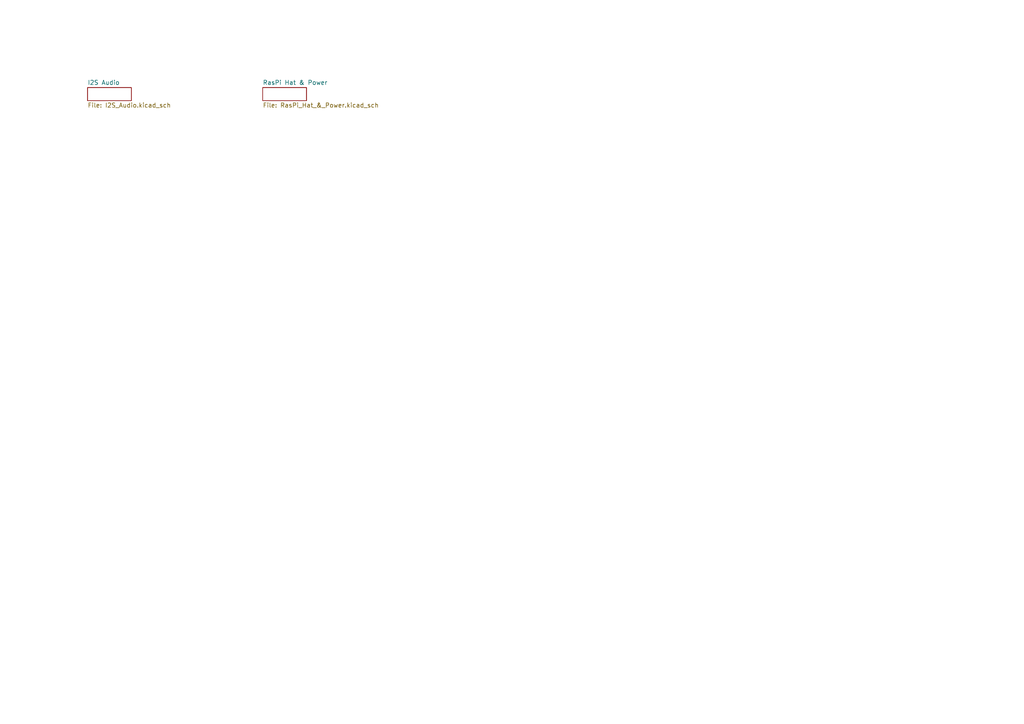
<source format=kicad_sch>
(kicad_sch (version 20230121) (generator eeschema)
  (paper "A4")
  (lib_symbols)
  (sheet (at 76.2 25.4) (size 12.7 3.81)
    (property "Sheetname" "RasPi Hat & Power" (at 76.2 24.6884 0) (effects (justify left bottom)))
    (property "Sheetfile" "RasPi_Hat_&_Power.kicad_sch" (at 76.2 29.7946 0) (effects (justify left top)))
  )
  (sheet (at 25.4 25.4) (size 12.7 3.81)
    (property "Sheetname" "I2S Audio" (at 25.4 24.6884 0) (effects (justify left bottom)))
    (property "Sheetfile" "I2S_Audio.kicad_sch" (at 25.4 29.7946 0) (effects (justify left top)))
  )
)
</source>
